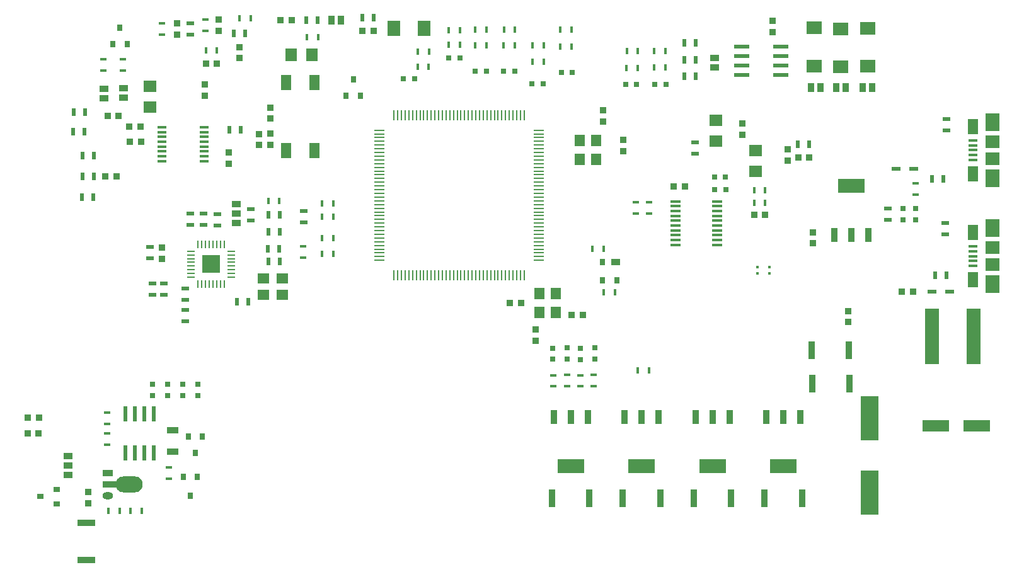
<source format=gtp>
G04 #@! TF.FileFunction,Paste,Top*
%FSLAX46Y46*%
G04 Gerber Fmt 4.6, Leading zero omitted, Abs format (unit mm)*
G04 Created by KiCad (PCBNEW 4.0.2+dfsg1-2~bpo8+1-stable) date vie 30 sep 2016 00:33:51 ART*
%MOMM*%
G01*
G04 APERTURE LIST*
%ADD10C,0.150000*%
%ADD11R,1.649200X1.449200*%
%ADD12R,1.349200X2.049200*%
%ADD13R,1.449200X1.649200*%
%ADD14R,2.349500X5.949700*%
%ADD15R,3.606800X1.981200*%
%ADD16R,0.965200X1.981200*%
%ADD17R,0.746760X0.746760*%
%ADD18R,0.949960X0.848360*%
%ADD19R,0.848360X0.949960*%
%ADD20R,3.548380X1.549400*%
%ADD21R,1.752600X1.549400*%
%ADD22R,1.549400X1.752600*%
%ADD23R,1.297940X0.599440*%
%ADD24R,2.148840X1.747520*%
%ADD25R,0.650240X0.949960*%
%ADD26R,1.092200X0.584200*%
%ADD27R,0.584200X1.092200*%
%ADD28R,1.219200X0.914400*%
%ADD29R,1.297940X0.347980*%
%ADD30R,1.450340X2.049780*%
%ADD31R,1.849120X2.349500*%
%ADD32R,1.849120X1.750060*%
%ADD33R,0.914400X1.219200*%
%ADD34R,1.948180X7.548880*%
%ADD35R,1.447800X0.947420*%
%ADD36R,1.948180X0.947420*%
%ADD37O,3.647440X2.148840*%
%ADD38O,1.447800X0.947420*%
%ADD39R,0.749300X0.949960*%
%ADD40R,1.649200X0.849200*%
%ADD41R,0.949200X2.449200*%
%ADD42R,2.449200X0.949200*%
%ADD43R,0.399200X0.399200*%
%ADD44R,1.092200X0.203200*%
%ADD45R,0.203200X1.092200*%
%ADD46R,2.489200X2.489200*%
%ADD47R,1.219200X0.330200*%
%ADD48R,1.148080X0.949960*%
%ADD49R,1.419860X0.368300*%
%ADD50R,1.450340X0.203200*%
%ADD51R,0.203200X1.450340*%
%ADD52R,1.750060X2.148840*%
%ADD53R,0.949960X0.749300*%
%ADD54R,0.849200X0.449200*%
%ADD55R,0.449200X0.849200*%
%ADD56R,2.148840X0.548640*%
%ADD57R,0.548640X2.148840*%
G04 APERTURE END LIST*
D10*
D11*
X81880000Y-76074000D03*
X79340000Y-76074000D03*
X79340000Y-78283800D03*
X81880000Y-78283800D03*
D12*
X82388000Y-49785000D03*
X86188000Y-49785000D03*
X86188000Y-58885000D03*
X82388000Y-58885000D03*
D13*
X118659200Y-80671400D03*
X118659200Y-78131400D03*
X116449400Y-78131400D03*
X116449400Y-80671400D03*
D14*
X160800000Y-104875000D03*
X160800000Y-94874500D03*
D15*
X158302500Y-63628500D03*
D16*
X158302500Y-70232500D03*
X160588500Y-70232500D03*
X156016500Y-70232500D03*
D17*
X66481500Y-90311200D03*
X66481500Y-91809800D03*
X64449500Y-90311200D03*
X64449500Y-91809800D03*
D18*
X65738300Y-73434940D03*
X65738300Y-71931260D03*
D19*
X47648160Y-96925000D03*
X49151840Y-96925000D03*
D20*
X175181820Y-95886000D03*
X169680180Y-95886000D03*
D18*
X147767600Y-42967640D03*
X147767600Y-41463960D03*
X74666400Y-59142360D03*
X74666400Y-60646040D03*
D19*
X62845240Y-55652400D03*
X61341560Y-55652400D03*
X58090360Y-62358000D03*
X59594040Y-62358000D03*
X62880800Y-57689480D03*
X61377120Y-57689480D03*
D21*
X64100000Y-53087000D03*
X64100000Y-50293000D03*
D19*
X59898840Y-54230000D03*
X58395160Y-54230000D03*
X122281240Y-81027000D03*
X120777560Y-81027000D03*
D22*
X85842400Y-46000400D03*
X83048400Y-46000400D03*
D18*
X71504100Y-50036460D03*
X71504100Y-51540140D03*
D19*
X94157340Y-42800500D03*
X92653660Y-42800500D03*
X83139840Y-41403000D03*
X81636160Y-41403000D03*
X71603160Y-47245000D03*
X73106840Y-47245000D03*
D18*
X73339500Y-42790340D03*
X73339500Y-41286660D03*
X124933000Y-54981840D03*
X124933000Y-53478160D03*
D19*
X135971840Y-63755000D03*
X134468160Y-63755000D03*
D18*
X76133500Y-44969660D03*
X76133500Y-46473340D03*
D19*
X47658160Y-94820000D03*
X49161840Y-94820000D03*
D18*
X149761500Y-58748660D03*
X149761500Y-60252340D03*
D21*
X145475500Y-61723500D03*
X145475500Y-58929500D03*
D18*
X80241700Y-53097160D03*
X80241700Y-54600840D03*
X153127000Y-69861160D03*
X153127000Y-71364840D03*
D19*
X152685040Y-59818000D03*
X151181360Y-59818000D03*
D18*
X127701600Y-57440560D03*
X127701600Y-58944240D03*
X157927600Y-81956640D03*
X157927600Y-80452960D03*
X143697500Y-56760340D03*
X143697500Y-55256660D03*
D21*
X140141500Y-57659500D03*
X140141500Y-54865500D03*
D19*
X145263160Y-67565000D03*
X146766840Y-67565000D03*
X112471760Y-79401400D03*
X113975440Y-79401400D03*
D18*
X55813500Y-106290340D03*
X55813500Y-104786660D03*
X115916000Y-82942160D03*
X115916000Y-84445840D03*
X67751500Y-43298340D03*
X67751500Y-41794660D03*
X78705000Y-58156840D03*
X78705000Y-56653160D03*
X80254400Y-58131440D03*
X80254400Y-56627760D03*
D19*
X165123420Y-77852000D03*
X166627100Y-77852000D03*
D23*
X166740380Y-61342500D03*
X164342620Y-61342500D03*
D17*
X165287500Y-66689200D03*
X165287500Y-68187800D03*
D23*
X171548880Y-77825000D03*
X169151120Y-77825000D03*
D24*
X156886200Y-42512980D03*
X156886200Y-47608220D03*
X153304800Y-47506620D03*
X153304800Y-42411380D03*
X160493000Y-47532020D03*
X160493000Y-42436780D03*
D17*
X105743300Y-46483000D03*
X104244700Y-46483000D03*
X99647300Y-49277000D03*
X98148700Y-49277000D03*
X109299300Y-48261000D03*
X107800700Y-48261000D03*
X113109300Y-48261000D03*
X111610700Y-48261000D03*
X116919300Y-49912000D03*
X115420700Y-49912000D03*
X119357700Y-48388000D03*
X120856300Y-48388000D03*
X129502460Y-50028840D03*
X128003860Y-50028840D03*
X133449620Y-49972960D03*
X131951020Y-49972960D03*
X118194380Y-86957900D03*
X118194380Y-85459300D03*
X120157800Y-86932500D03*
X120157800Y-85433900D03*
X70545500Y-90311200D03*
X70545500Y-91809800D03*
X68513500Y-90311200D03*
X68513500Y-91809800D03*
X166995400Y-66714100D03*
X166995400Y-68212700D03*
X121887540Y-86983300D03*
X121887540Y-85484700D03*
X123840800Y-86932500D03*
X123840800Y-85433900D03*
D25*
X69529500Y-105284500D03*
X68577000Y-102744500D03*
X70482000Y-102744500D03*
D17*
X141455700Y-64161400D03*
X139957100Y-64161400D03*
X141430300Y-62485000D03*
X139931700Y-62485000D03*
D26*
X170907000Y-68631800D03*
X170907000Y-70155800D03*
D27*
X94167500Y-41022500D03*
X92643500Y-41022500D03*
X86579000Y-41403000D03*
X85055000Y-41403000D03*
X76895500Y-43181500D03*
X75371500Y-43181500D03*
D26*
X69529500Y-41784500D03*
X69529500Y-43308500D03*
X171100000Y-54638000D03*
X171100000Y-56162000D03*
D27*
X151163000Y-58040500D03*
X152687000Y-58040500D03*
D26*
X137347500Y-57786500D03*
X137347500Y-59310500D03*
D27*
X170729200Y-62688200D03*
X169205200Y-62688200D03*
X55311600Y-56338200D03*
X53787600Y-56338200D03*
X55387800Y-53747400D03*
X53863800Y-53747400D03*
X54930600Y-65177400D03*
X56454600Y-65177400D03*
X171084800Y-75616800D03*
X169560800Y-75616800D03*
X56530800Y-62358000D03*
X55006800Y-62358000D03*
X56530800Y-59538600D03*
X55006800Y-59538600D03*
D28*
X75657000Y-66117200D03*
X75657000Y-67387200D03*
X75657000Y-68657200D03*
D29*
X174685500Y-73077300D03*
X174685500Y-73727540D03*
X174685500Y-72427060D03*
X174685500Y-74377780D03*
X174685500Y-71776820D03*
D30*
X174685500Y-76277700D03*
X174685500Y-69876900D03*
D31*
X177334720Y-76877140D03*
X177334720Y-69277460D03*
D32*
X177334720Y-74227920D03*
X177334720Y-71926680D03*
D29*
X174634700Y-58840900D03*
X174634700Y-59491140D03*
X174634700Y-58190660D03*
X174634700Y-60141380D03*
X174634700Y-57540420D03*
D30*
X174634700Y-62041300D03*
X174634700Y-55640500D03*
D31*
X177283920Y-62640740D03*
X177283920Y-55041060D03*
D32*
X177283920Y-59991520D03*
X177283920Y-57690280D03*
D33*
X161128000Y-50420000D03*
X159858000Y-50420000D03*
X156302000Y-50420000D03*
X157572000Y-50420000D03*
D28*
X139969800Y-47753000D03*
X139969800Y-46483000D03*
D33*
X152873000Y-50420000D03*
X154143000Y-50420000D03*
D28*
X60569400Y-50496200D03*
X60569400Y-51766200D03*
X57927800Y-50572400D03*
X57927800Y-51842400D03*
D33*
X88452500Y-41403500D03*
X89722500Y-41403500D03*
D28*
X53051000Y-99950000D03*
X53051000Y-101220000D03*
X53051000Y-102490000D03*
D34*
X169149320Y-83897200D03*
X174747480Y-83897200D03*
D35*
X58406840Y-102261900D03*
D36*
X58660840Y-103760500D03*
D37*
X61325300Y-103760500D03*
D38*
X58406840Y-105259100D03*
D15*
X120615000Y-101347000D03*
D16*
X120615000Y-94743000D03*
X118329000Y-94743000D03*
X122901000Y-94743000D03*
D15*
X130140000Y-101347000D03*
D16*
X130140000Y-94743000D03*
X127854000Y-94743000D03*
X132426000Y-94743000D03*
D15*
X139665000Y-101347000D03*
D16*
X139665000Y-94743000D03*
X137379000Y-94743000D03*
X141951000Y-94743000D03*
D15*
X149190000Y-101347000D03*
D16*
X149190000Y-94743000D03*
X146904000Y-94743000D03*
X151476000Y-94743000D03*
D39*
X70196000Y-99525820D03*
X69243500Y-97326180D03*
X71148500Y-97326180D03*
D26*
X64400000Y-78262000D03*
X64400000Y-76738000D03*
X64100000Y-71838000D03*
X64100000Y-73362000D03*
X68800000Y-78962000D03*
X68800000Y-77438000D03*
X66000000Y-78262000D03*
X66000000Y-76738000D03*
X71313600Y-67387200D03*
X71313600Y-68911200D03*
X69484800Y-67361800D03*
X69484800Y-68885800D03*
X73142400Y-67412600D03*
X73142400Y-68936600D03*
D27*
X81499000Y-67565000D03*
X79975000Y-67565000D03*
X81499000Y-69851000D03*
X79975000Y-69851000D03*
D26*
X84750200Y-67006200D03*
X84750200Y-68530200D03*
X77663600Y-66752200D03*
X77663600Y-68276200D03*
D27*
X81486300Y-72124300D03*
X79962300Y-72124300D03*
D26*
X68800000Y-80338000D03*
X68800000Y-81862000D03*
D27*
X77308000Y-79198200D03*
X75784000Y-79198200D03*
X80000400Y-73800700D03*
X81524400Y-73800700D03*
D26*
X163255500Y-68200500D03*
X163255500Y-66676500D03*
D27*
X135880400Y-44451000D03*
X137404400Y-44451000D03*
X137379000Y-46711600D03*
X135855000Y-46711600D03*
X137379000Y-48921400D03*
X135855000Y-48921400D03*
X74768000Y-56135000D03*
X76292000Y-56135000D03*
D40*
X67148000Y-99368000D03*
X67148000Y-96468000D03*
D41*
X118115000Y-105665000D03*
X123115000Y-105665000D03*
X127640000Y-105665000D03*
X132640000Y-105665000D03*
X142165000Y-105665000D03*
X137165000Y-105665000D03*
X146690000Y-105665000D03*
X151690000Y-105665000D03*
X157970000Y-85710000D03*
X152970000Y-85710000D03*
X153060000Y-90180000D03*
X158060000Y-90180000D03*
D42*
X55560520Y-108890160D03*
X55560520Y-113890160D03*
D43*
X147285000Y-74550000D03*
X145685000Y-74550000D03*
X145685000Y-75400000D03*
X147285000Y-75400000D03*
D44*
X69631100Y-75419180D03*
X69631100Y-74918800D03*
X69631100Y-74418420D03*
X69631100Y-75919560D03*
D45*
X70573440Y-76861900D03*
X71073820Y-76861900D03*
X71574200Y-76861900D03*
X72074580Y-76861900D03*
X72572420Y-76861900D03*
X73072800Y-76861900D03*
X73573180Y-76861900D03*
X74073560Y-76861900D03*
D44*
X75015900Y-72419440D03*
X75015900Y-75919560D03*
X75015900Y-75419180D03*
X75015900Y-74918800D03*
X75015900Y-74418420D03*
X75015900Y-73920580D03*
X75015900Y-73420200D03*
X75015900Y-72919820D03*
D45*
X74073560Y-71477100D03*
X73573180Y-71477100D03*
X73072800Y-71477100D03*
X72572420Y-71477100D03*
X72074580Y-71477100D03*
X71574200Y-71477100D03*
X71073820Y-71477100D03*
X70573440Y-71477100D03*
D44*
X69631100Y-72419440D03*
X69631100Y-72919820D03*
X69631100Y-73420200D03*
X69631100Y-73920580D03*
D46*
X72323500Y-74169500D03*
D47*
X65745920Y-55764160D03*
X65745920Y-56414400D03*
X65745920Y-57064640D03*
X65745920Y-57714880D03*
X65745920Y-58365120D03*
X65745920Y-59015360D03*
X65745920Y-59665600D03*
X65745920Y-60315840D03*
X71344080Y-60315840D03*
X71344080Y-59665600D03*
X71344080Y-59015360D03*
X71344080Y-58365120D03*
X71344080Y-57714880D03*
X71344080Y-57064640D03*
X71344080Y-56414400D03*
X71344080Y-55764160D03*
D39*
X60061400Y-42411380D03*
X61013900Y-44611020D03*
X59108900Y-44611020D03*
D48*
X126672900Y-73909920D03*
D39*
X124922840Y-76307680D03*
X124922840Y-73909920D03*
X126822760Y-76307680D03*
D49*
X140335560Y-68967080D03*
X140335560Y-68316840D03*
X140335560Y-67666600D03*
X140335560Y-67016360D03*
X134742480Y-70907640D03*
X140335560Y-70917800D03*
X140335560Y-70267560D03*
X140335560Y-69617320D03*
X134737400Y-66366120D03*
X134737400Y-67016360D03*
X134737400Y-67666600D03*
X134737400Y-68316840D03*
X134737400Y-68967080D03*
X134737400Y-69617320D03*
X140335560Y-66366120D03*
X134742480Y-70267560D03*
X140335560Y-71568040D03*
X140335560Y-65715880D03*
X134737400Y-65715880D03*
X134737400Y-71568040D03*
D50*
X94877180Y-56152780D03*
X94877180Y-56650620D03*
X94877180Y-57151000D03*
X94877180Y-57651380D03*
X94877180Y-58151760D03*
X94877180Y-58652140D03*
X94877180Y-59152520D03*
X94877180Y-59652900D03*
X94877180Y-60150740D03*
X94877180Y-60651120D03*
X94877180Y-61151500D03*
X94877180Y-61651880D03*
X94877180Y-62152260D03*
X94877180Y-62652640D03*
X94877180Y-63153020D03*
X94877180Y-63650860D03*
X94877180Y-64151240D03*
X94877180Y-64651620D03*
X94877180Y-65149460D03*
X94877180Y-65649840D03*
X94877180Y-66150220D03*
X94877180Y-66648060D03*
X94877180Y-67148440D03*
X94877180Y-67648820D03*
X94877180Y-68149200D03*
X94877180Y-68649580D03*
X94877180Y-69149960D03*
X94877180Y-69650340D03*
X94877180Y-70148180D03*
X94877180Y-70648560D03*
X94877180Y-71148940D03*
X94877180Y-71649320D03*
X94877180Y-72149700D03*
X94877180Y-72650080D03*
X94877180Y-73150460D03*
X94877180Y-73648300D03*
D51*
X96878700Y-75649820D03*
X97376540Y-75649820D03*
X97876920Y-75649820D03*
X98377300Y-75649820D03*
X98877680Y-75649820D03*
X99378060Y-75649820D03*
X99878440Y-75649820D03*
X100378820Y-75649820D03*
X100876660Y-75649820D03*
X101377040Y-75649820D03*
X101877420Y-75649820D03*
X102377800Y-75649820D03*
X102878180Y-75649820D03*
X103378560Y-75649820D03*
X103878940Y-75649820D03*
X104376780Y-75649820D03*
X104877160Y-75649820D03*
X105377540Y-75649820D03*
X105875380Y-75649820D03*
X106375760Y-75649820D03*
X106876140Y-75649820D03*
X107373980Y-75649820D03*
X107874360Y-75649820D03*
X108374740Y-75649820D03*
X108875120Y-75649820D03*
X109375500Y-75649820D03*
X109875880Y-75649820D03*
X110376260Y-75649820D03*
X110874100Y-75649820D03*
X111374480Y-75649820D03*
X111874860Y-75649820D03*
X112375240Y-75649820D03*
X112875620Y-75649820D03*
X113376000Y-75649820D03*
X113876380Y-75649820D03*
X114374220Y-75649820D03*
D50*
X116375740Y-73648300D03*
X116375740Y-73150460D03*
X116375740Y-72650080D03*
X116375740Y-72149700D03*
X116375740Y-71649320D03*
X116375740Y-71148940D03*
X116375740Y-70648560D03*
X116375740Y-70148180D03*
X116375740Y-69650340D03*
X116375740Y-69149960D03*
X116375740Y-68649580D03*
X116375740Y-68149200D03*
X116375740Y-67648820D03*
X116375740Y-67148440D03*
X116375740Y-66648060D03*
X116375740Y-66150220D03*
X116375740Y-65649840D03*
X116375740Y-65149460D03*
X116375740Y-64651620D03*
X116375740Y-64151240D03*
X116375740Y-63650860D03*
X116375740Y-63153020D03*
X116375740Y-62652640D03*
X116375740Y-62152260D03*
X116375740Y-61651880D03*
X116375740Y-61151500D03*
X116375740Y-60651120D03*
X116375740Y-60150740D03*
X116375740Y-59652900D03*
X116375740Y-59152520D03*
X116375740Y-58652140D03*
X116375740Y-58151760D03*
X116375740Y-57651380D03*
X116375740Y-57151000D03*
X116375740Y-56650620D03*
X116375740Y-56152780D03*
D51*
X114374220Y-54151260D03*
X113876380Y-54151260D03*
X113376000Y-54151260D03*
X112875620Y-54151260D03*
X112375240Y-54151260D03*
X111874860Y-54151260D03*
X111374480Y-54151260D03*
X110874100Y-54151260D03*
X110376260Y-54151260D03*
X109875880Y-54151260D03*
X109375500Y-54151260D03*
X108875120Y-54151260D03*
X108374740Y-54151260D03*
X107874360Y-54151260D03*
X107373980Y-54151260D03*
X106876140Y-54151260D03*
X106375760Y-54151260D03*
X105875380Y-54151260D03*
X105377540Y-54151260D03*
X104877160Y-54151260D03*
X104376780Y-54151260D03*
X103878940Y-54151260D03*
X103378560Y-54151260D03*
X102878180Y-54151260D03*
X102377800Y-54151260D03*
X101877420Y-54151260D03*
X101377040Y-54151260D03*
X100876660Y-54151260D03*
X100378820Y-54151260D03*
X99878440Y-54151260D03*
X99378060Y-54151260D03*
X98877680Y-54151260D03*
X98377300Y-54151260D03*
X97876920Y-54151260D03*
X97376540Y-54151260D03*
X96878700Y-54151260D03*
D13*
X124044000Y-60072000D03*
X124044000Y-57532000D03*
X121834200Y-57532000D03*
X121834200Y-60072000D03*
D39*
X91405000Y-49320180D03*
X92357500Y-51519820D03*
X90452500Y-51519820D03*
D52*
X100906600Y-42500000D03*
X96893400Y-42500000D03*
D53*
X49400180Y-105400000D03*
X51599820Y-104447500D03*
X51599820Y-106352500D03*
D54*
X60417000Y-46622000D03*
X60417000Y-48122000D03*
X57826200Y-46647400D03*
X57826200Y-48147400D03*
D55*
X87200000Y-70625000D03*
X88700000Y-70625000D03*
X87200000Y-72800000D03*
X88700000Y-72800000D03*
X85194000Y-43689000D03*
X86694000Y-43689000D03*
X73105000Y-45467000D03*
X71605000Y-45467000D03*
X76145500Y-41149500D03*
X77645500Y-41149500D03*
X105744000Y-44705000D03*
X104244000Y-44705000D03*
D54*
X58353500Y-98414500D03*
X58353500Y-96914500D03*
X58353500Y-94120500D03*
X58353500Y-95620500D03*
D55*
X58524000Y-107316000D03*
X60024000Y-107316000D03*
X146765000Y-65914000D03*
X145265000Y-65914000D03*
X146765000Y-64263000D03*
X145265000Y-64263000D03*
D54*
X131181400Y-65870120D03*
X131181400Y-67370120D03*
X129350060Y-65844720D03*
X129350060Y-67344720D03*
X84674000Y-73268000D03*
X84674000Y-71768000D03*
D55*
X123548000Y-72137000D03*
X125048000Y-72137000D03*
X125046600Y-77953600D03*
X126546600Y-77953600D03*
D54*
X66640000Y-101486000D03*
X66640000Y-102986000D03*
D55*
X63000000Y-107300000D03*
X61500000Y-107300000D03*
D54*
X166970000Y-63284400D03*
X166970000Y-64784400D03*
D55*
X129669400Y-88431100D03*
X131169400Y-88431100D03*
D54*
X71561500Y-42788500D03*
X71561500Y-41288500D03*
X65719500Y-41796500D03*
X65719500Y-43296500D03*
X118252800Y-89078100D03*
X118252800Y-90578100D03*
X120140020Y-89070480D03*
X120140020Y-90570480D03*
X121935800Y-89085720D03*
X121935800Y-90585720D03*
D55*
X104244000Y-42723800D03*
X105744000Y-42723800D03*
X81487000Y-65660000D03*
X79987000Y-65660000D03*
X88726000Y-65990200D03*
X87226000Y-65990200D03*
X101553000Y-47626000D03*
X100053000Y-47626000D03*
X100078400Y-45568600D03*
X101578400Y-45568600D03*
X109325400Y-42622200D03*
X107825400Y-42622200D03*
X107800000Y-44730400D03*
X109300000Y-44730400D03*
X87226000Y-67819000D03*
X88726000Y-67819000D03*
X113160800Y-42596800D03*
X111660800Y-42596800D03*
X128160640Y-45527960D03*
X129660640Y-45527960D03*
X128125080Y-47803800D03*
X129625080Y-47803800D03*
X131858880Y-47753000D03*
X133358880Y-47753000D03*
X131823320Y-45512720D03*
X133323320Y-45512720D03*
D54*
X123739200Y-89070480D03*
X123739200Y-90570480D03*
D55*
X111635400Y-44781200D03*
X113135400Y-44781200D03*
X116996200Y-46940200D03*
X115496200Y-46940200D03*
X115496200Y-44755800D03*
X116996200Y-44755800D03*
X120730000Y-44882800D03*
X119230000Y-44882800D03*
X120730000Y-42596800D03*
X119230000Y-42596800D03*
D56*
X143619780Y-44959000D03*
X143619780Y-46229000D03*
X143619780Y-47499000D03*
X143619780Y-48769000D03*
X148816620Y-48769000D03*
X148816620Y-47499000D03*
X148816620Y-46229000D03*
X148816620Y-44959000D03*
D57*
X64576500Y-94304080D03*
X63306500Y-94304080D03*
X62036500Y-94304080D03*
X60766500Y-94304080D03*
X60766500Y-99500920D03*
X62036500Y-99500920D03*
X63306500Y-99500920D03*
X64576500Y-99500920D03*
M02*

</source>
